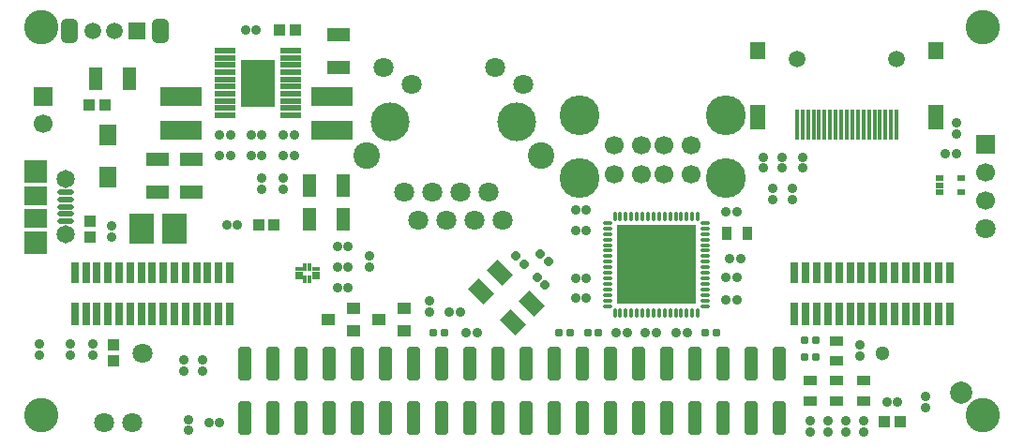
<source format=gbs>
G04 Layer_Color=16711935*
%FSLAX44Y44*%
%MOMM*%
G71*
G01*
G75*
%ADD49C,1.3000*%
%ADD50C,3.5000*%
%ADD62C,1.5000*%
%ADD63C,1.7000*%
%ADD97R,1.3000X0.9000*%
%ADD98R,1.0000X1.0000*%
G04:AMPARAMS|DCode=99|XSize=0.65mm|YSize=0.7mm|CornerRadius=0.1875mm|HoleSize=0mm|Usage=FLASHONLY|Rotation=180.000|XOffset=0mm|YOffset=0mm|HoleType=Round|Shape=RoundedRectangle|*
%AMROUNDEDRECTD99*
21,1,0.6500,0.3250,0,0,180.0*
21,1,0.2750,0.7000,0,0,180.0*
1,1,0.3750,-0.1375,0.1625*
1,1,0.3750,0.1375,0.1625*
1,1,0.3750,0.1375,-0.1625*
1,1,0.3750,-0.1375,-0.1625*
%
%ADD99ROUNDEDRECTD99*%
%ADD102R,0.7000X0.6000*%
%ADD104R,1.2000X1.0000*%
G04:AMPARAMS|DCode=105|XSize=0.8mm|YSize=0.8mm|CornerRadius=0.25mm|HoleSize=0mm|Usage=FLASHONLY|Rotation=0.000|XOffset=0mm|YOffset=0mm|HoleType=Round|Shape=RoundedRectangle|*
%AMROUNDEDRECTD105*
21,1,0.8000,0.3000,0,0,0.0*
21,1,0.3000,0.8000,0,0,0.0*
1,1,0.5000,0.1500,-0.1500*
1,1,0.5000,-0.1500,-0.1500*
1,1,0.5000,-0.1500,0.1500*
1,1,0.5000,0.1500,0.1500*
%
%ADD105ROUNDEDRECTD105*%
G04:AMPARAMS|DCode=106|XSize=0.8mm|YSize=0.8mm|CornerRadius=0.25mm|HoleSize=0mm|Usage=FLASHONLY|Rotation=90.000|XOffset=0mm|YOffset=0mm|HoleType=Round|Shape=RoundedRectangle|*
%AMROUNDEDRECTD106*
21,1,0.8000,0.3000,0,0,90.0*
21,1,0.3000,0.8000,0,0,90.0*
1,1,0.5000,0.1500,0.1500*
1,1,0.5000,0.1500,-0.1500*
1,1,0.5000,-0.1500,-0.1500*
1,1,0.5000,-0.1500,0.1500*
%
%ADD106ROUNDEDRECTD106*%
%ADD108R,1.2000X2.0000*%
G04:AMPARAMS|DCode=109|XSize=0.7mm|YSize=0.7mm|CornerRadius=0.2mm|HoleSize=0mm|Usage=FLASHONLY|Rotation=90.000|XOffset=0mm|YOffset=0mm|HoleType=Round|Shape=RoundedRectangle|*
%AMROUNDEDRECTD109*
21,1,0.7000,0.3000,0,0,90.0*
21,1,0.3000,0.7000,0,0,90.0*
1,1,0.4000,0.1500,0.1500*
1,1,0.4000,0.1500,-0.1500*
1,1,0.4000,-0.1500,-0.1500*
1,1,0.4000,-0.1500,0.1500*
%
%ADD109ROUNDEDRECTD109*%
%ADD110R,1.0000X1.0000*%
%ADD117R,2.0000X1.2000*%
%ADD118R,0.9000X1.3000*%
%ADD122C,2.0000*%
%ADD123C,1.8000*%
%ADD124C,0.1000*%
%ADD125R,1.7000X1.7000*%
%ADD126C,3.6000*%
%ADD127C,2.4000*%
%ADD128R,2.1000X2.0000*%
%ADD129C,1.6500*%
%ADD130R,1.5000X1.5000*%
G04:AMPARAMS|DCode=131|XSize=1.5mm|YSize=2.2mm|CornerRadius=0.425mm|HoleSize=0mm|Usage=FLASHONLY|Rotation=180.000|XOffset=0mm|YOffset=0mm|HoleType=Round|Shape=RoundedRectangle|*
%AMROUNDEDRECTD131*
21,1,1.5000,1.3500,0,0,180.0*
21,1,0.6500,2.2000,0,0,180.0*
1,1,0.8500,-0.3250,0.6750*
1,1,0.8500,0.3250,0.6750*
1,1,0.8500,0.3250,-0.6750*
1,1,0.8500,-0.3250,-0.6750*
%
%ADD131ROUNDEDRECTD131*%
%ADD132C,3.1000*%
G04:AMPARAMS|DCode=133|XSize=2mm|YSize=1.4mm|CornerRadius=0mm|HoleSize=0mm|Usage=FLASHONLY|Rotation=315.000|XOffset=0mm|YOffset=0mm|HoleType=Round|Shape=Rectangle|*
%AMROTATEDRECTD133*
4,1,4,-1.2021,0.2121,-0.2121,1.2021,1.2021,-0.2121,0.2121,-1.2021,-1.2021,0.2121,0.0*
%
%ADD133ROTATEDRECTD133*%

G04:AMPARAMS|DCode=134|XSize=0.8mm|YSize=0.8mm|CornerRadius=0.25mm|HoleSize=0mm|Usage=FLASHONLY|Rotation=45.000|XOffset=0mm|YOffset=0mm|HoleType=Round|Shape=RoundedRectangle|*
%AMROUNDEDRECTD134*
21,1,0.8000,0.3000,0,0,45.0*
21,1,0.3000,0.8000,0,0,45.0*
1,1,0.5000,0.2121,0.0000*
1,1,0.5000,0.0000,-0.2121*
1,1,0.5000,-0.2121,0.0000*
1,1,0.5000,0.0000,0.2121*
%
%ADD134ROUNDEDRECTD134*%
%ADD135R,0.8000X1.9000*%
%ADD136R,0.8000X2.1000*%
%ADD137R,1.4000X1.5000*%
%ADD138R,1.4000X2.3000*%
%ADD139R,0.4000X2.7000*%
%ADD140R,1.9000X0.5200*%
%ADD141R,3.1000X4.3000*%
%ADD142R,0.3300X0.7630*%
%ADD143R,0.3300X0.6600*%
%ADD144R,0.6600X0.3300*%
%ADD145R,3.8000X1.7000*%
%ADD146O,1.5000X0.5000*%
%ADD147R,2.1000X1.7000*%
%ADD148R,2.2000X2.7000*%
%ADD149R,1.6000X1.9000*%
G04:AMPARAMS|DCode=150|XSize=0.4mm|YSize=0.85mm|CornerRadius=0.125mm|HoleSize=0mm|Usage=FLASHONLY|Rotation=180.000|XOffset=0mm|YOffset=0mm|HoleType=Round|Shape=RoundedRectangle|*
%AMROUNDEDRECTD150*
21,1,0.4000,0.6000,0,0,180.0*
21,1,0.1500,0.8500,0,0,180.0*
1,1,0.2500,-0.0750,0.3000*
1,1,0.2500,0.0750,0.3000*
1,1,0.2500,0.0750,-0.3000*
1,1,0.2500,-0.0750,-0.3000*
%
%ADD150ROUNDEDRECTD150*%
G04:AMPARAMS|DCode=151|XSize=0.4mm|YSize=0.85mm|CornerRadius=0.125mm|HoleSize=0mm|Usage=FLASHONLY|Rotation=270.000|XOffset=0mm|YOffset=0mm|HoleType=Round|Shape=RoundedRectangle|*
%AMROUNDEDRECTD151*
21,1,0.4000,0.6000,0,0,270.0*
21,1,0.1500,0.8500,0,0,270.0*
1,1,0.2500,-0.3000,-0.0750*
1,1,0.2500,-0.3000,0.0750*
1,1,0.2500,0.3000,0.0750*
1,1,0.2500,0.3000,-0.0750*
%
%ADD151ROUNDEDRECTD151*%
%ADD152R,7.1000X7.1000*%
G04:AMPARAMS|DCode=153|XSize=3.1mm|YSize=1.2mm|CornerRadius=0.35mm|HoleSize=0mm|Usage=FLASHONLY|Rotation=90.000|XOffset=0mm|YOffset=0mm|HoleType=Round|Shape=RoundedRectangle|*
%AMROUNDEDRECTD153*
21,1,3.1000,0.5000,0,0,90.0*
21,1,2.4000,1.2000,0,0,90.0*
1,1,0.7000,0.2500,1.2000*
1,1,0.7000,0.2500,-1.2000*
1,1,0.7000,-0.2500,-1.2000*
1,1,0.7000,-0.2500,1.2000*
%
%ADD153ROUNDEDRECTD153*%
D49*
X784000Y81000D02*
D03*
D50*
X454150Y290000D02*
D03*
X339850D02*
D03*
D62*
X797000Y346500D02*
D03*
X707000D02*
D03*
X71000Y372000D02*
D03*
X91000D02*
D03*
D63*
X26000Y288000D02*
D03*
X541700Y268900D02*
D03*
X566700D02*
D03*
X586700D02*
D03*
X611700D02*
D03*
X541700Y242700D02*
D03*
X566700D02*
D03*
X586700D02*
D03*
X611700D02*
D03*
X877000Y244400D02*
D03*
Y219000D02*
D03*
D97*
X767000Y56000D02*
D03*
Y38000D02*
D03*
X743000Y56000D02*
D03*
Y38000D02*
D03*
Y74000D02*
D03*
Y92000D02*
D03*
X719000Y56000D02*
D03*
Y38000D02*
D03*
D98*
X68000Y305000D02*
D03*
X82000D02*
D03*
X221000Y197000D02*
D03*
X235000D02*
D03*
X786000Y19000D02*
D03*
X800000D02*
D03*
D99*
X714000Y93000D02*
D03*
X724000D02*
D03*
Y77000D02*
D03*
X714000D02*
D03*
X634000Y99000D02*
D03*
X624000D02*
D03*
X379000D02*
D03*
X389000D02*
D03*
X502000D02*
D03*
X492000D02*
D03*
D102*
X855000Y226000D02*
D03*
Y239000D02*
D03*
X836000D02*
D03*
Y232500D02*
D03*
Y226000D02*
D03*
D104*
X352500Y121000D02*
D03*
Y101000D02*
D03*
X329500Y111000D02*
D03*
X283500D02*
D03*
X306500Y101000D02*
D03*
Y121000D02*
D03*
D105*
X823000Y32000D02*
D03*
Y42000D02*
D03*
X764000Y78000D02*
D03*
Y88000D02*
D03*
X71000Y89000D02*
D03*
Y79000D02*
D03*
X677000Y258000D02*
D03*
Y248000D02*
D03*
X170000Y65000D02*
D03*
Y75000D02*
D03*
X153000Y65000D02*
D03*
Y75000D02*
D03*
X375000Y118000D02*
D03*
Y128000D02*
D03*
X751000Y10000D02*
D03*
Y20000D02*
D03*
X735000Y10000D02*
D03*
Y20000D02*
D03*
X719000Y10000D02*
D03*
Y20000D02*
D03*
X767000Y10000D02*
D03*
Y20000D02*
D03*
X703000Y220000D02*
D03*
Y230000D02*
D03*
X685000Y220000D02*
D03*
Y230000D02*
D03*
X694000Y248000D02*
D03*
Y258000D02*
D03*
X712000Y248000D02*
D03*
Y258000D02*
D03*
X23000Y79000D02*
D03*
Y89000D02*
D03*
X51000D02*
D03*
Y79000D02*
D03*
X158000Y11000D02*
D03*
Y21000D02*
D03*
X321000Y169000D02*
D03*
Y159000D02*
D03*
X88000Y196000D02*
D03*
Y186000D02*
D03*
X851000Y289000D02*
D03*
Y279000D02*
D03*
X224000Y239000D02*
D03*
Y229000D02*
D03*
X243000Y239000D02*
D03*
Y229000D02*
D03*
D106*
X646000Y166000D02*
D03*
X656000D02*
D03*
X570000Y99000D02*
D03*
X580000D02*
D03*
X507000Y131000D02*
D03*
X517000D02*
D03*
Y148500D02*
D03*
X507000D02*
D03*
X643000Y149000D02*
D03*
X653000D02*
D03*
X643000Y129000D02*
D03*
X653000D02*
D03*
X517000Y192000D02*
D03*
X507000D02*
D03*
X544000Y99000D02*
D03*
X554000D02*
D03*
X643000Y209000D02*
D03*
X653000D02*
D03*
X598000Y99000D02*
D03*
X608000D02*
D03*
X798000Y37000D02*
D03*
X788000D02*
D03*
X302000Y177000D02*
D03*
X292000D02*
D03*
X302000Y159000D02*
D03*
X292000D02*
D03*
X186000Y18000D02*
D03*
X176000D02*
D03*
X219000Y373000D02*
D03*
X209000D02*
D03*
X214000Y259000D02*
D03*
X224000D02*
D03*
X214000Y278000D02*
D03*
X224000D02*
D03*
X253000Y259000D02*
D03*
X243000D02*
D03*
X186000D02*
D03*
X196000D02*
D03*
X202000Y197000D02*
D03*
X192000D02*
D03*
X243000Y278000D02*
D03*
X253000D02*
D03*
X196000D02*
D03*
X186000D02*
D03*
X302000Y140000D02*
D03*
X292000D02*
D03*
X841000Y261000D02*
D03*
X851000D02*
D03*
X418000Y99000D02*
D03*
X408000D02*
D03*
X403000Y118000D02*
D03*
X393000D02*
D03*
X507000Y210000D02*
D03*
X517000D02*
D03*
D108*
X74000Y329000D02*
D03*
X104000D02*
D03*
X267000Y202000D02*
D03*
X297000D02*
D03*
Y232000D02*
D03*
X267000D02*
D03*
D109*
X518000Y99000D02*
D03*
X528000D02*
D03*
D110*
X90000Y88000D02*
D03*
Y74000D02*
D03*
X240000Y373000D02*
D03*
X254000D02*
D03*
X69000Y186000D02*
D03*
Y200000D02*
D03*
D117*
X293000Y369000D02*
D03*
Y339000D02*
D03*
X130000Y226000D02*
D03*
Y256000D02*
D03*
X160000D02*
D03*
Y226000D02*
D03*
D118*
X644000Y189000D02*
D03*
X662000D02*
D03*
D122*
X855000Y45000D02*
D03*
D123*
X116000Y81000D02*
D03*
X81300Y18000D02*
D03*
X106700D02*
D03*
X365250Y201100D02*
D03*
X390650D02*
D03*
X416050D02*
D03*
X352550Y226500D02*
D03*
X377950D02*
D03*
X403350D02*
D03*
X428750Y226500D02*
D03*
X441450Y201100D02*
D03*
X333754Y339022D02*
D03*
X359154Y323782D02*
D03*
X434846Y339022D02*
D03*
X460246Y323782D02*
D03*
X877000Y193600D02*
D03*
D124*
X272500Y367000D02*
D03*
X192500D02*
D03*
D125*
X26000Y313000D02*
D03*
X877000Y269800D02*
D03*
D126*
X511000Y296000D02*
D03*
Y239200D02*
D03*
X642400D02*
D03*
Y296000D02*
D03*
D127*
X475740Y259520D02*
D03*
X318260D02*
D03*
D128*
X20000Y245000D02*
D03*
Y181000D02*
D03*
D129*
X47000Y238000D02*
D03*
Y188000D02*
D03*
D130*
X111000Y372000D02*
D03*
D131*
X132000D02*
D03*
X50000D02*
D03*
D132*
X25000Y25000D02*
D03*
Y375000D02*
D03*
X875000D02*
D03*
Y25000D02*
D03*
D133*
X450314Y108745D02*
D03*
X422029Y137029D02*
D03*
X467284Y125716D02*
D03*
X439000Y154000D02*
D03*
D134*
X475465Y170536D02*
D03*
X482536Y163465D02*
D03*
X479535Y142465D02*
D03*
X472464Y149536D02*
D03*
X453465Y168535D02*
D03*
X460536Y161465D02*
D03*
D135*
X55000Y154000D02*
D03*
X65000D02*
D03*
X75000D02*
D03*
X85000D02*
D03*
X95000D02*
D03*
X105000D02*
D03*
X115000D02*
D03*
X125000D02*
D03*
X135000D02*
D03*
X145000D02*
D03*
X155000D02*
D03*
X165000D02*
D03*
X175000D02*
D03*
X185000D02*
D03*
X195000D02*
D03*
X845000D02*
D03*
X835000D02*
D03*
X825000D02*
D03*
X815000D02*
D03*
X805000D02*
D03*
X795000D02*
D03*
X785000D02*
D03*
X775000D02*
D03*
X765000D02*
D03*
X755000D02*
D03*
X745000D02*
D03*
X735000D02*
D03*
X725000D02*
D03*
X715000D02*
D03*
X705000D02*
D03*
D136*
X55000Y116500D02*
D03*
X65000D02*
D03*
X75000D02*
D03*
X85000D02*
D03*
X95000D02*
D03*
X105000D02*
D03*
X115000D02*
D03*
X125000D02*
D03*
X135000D02*
D03*
X145000D02*
D03*
X155000D02*
D03*
X165000D02*
D03*
X175000D02*
D03*
X185000D02*
D03*
X195000D02*
D03*
X845000D02*
D03*
X835000D02*
D03*
X825000D02*
D03*
X815000D02*
D03*
X805000D02*
D03*
X795000D02*
D03*
X785000D02*
D03*
X775000D02*
D03*
X765000D02*
D03*
X755000D02*
D03*
X745000D02*
D03*
X735000D02*
D03*
X725000D02*
D03*
X715000D02*
D03*
X705000D02*
D03*
D137*
X832500Y354000D02*
D03*
X671500D02*
D03*
D138*
Y294500D02*
D03*
X832500D02*
D03*
D139*
X707000Y287000D02*
D03*
X712000D02*
D03*
X717000D02*
D03*
X722000D02*
D03*
X727000D02*
D03*
X732000D02*
D03*
X737000D02*
D03*
X742000D02*
D03*
X747000D02*
D03*
X752000D02*
D03*
X757000D02*
D03*
X762000D02*
D03*
X767000D02*
D03*
X772000D02*
D03*
X777000D02*
D03*
X782000D02*
D03*
X787000D02*
D03*
X792000D02*
D03*
X797000D02*
D03*
D140*
X249700Y354250D02*
D03*
Y347750D02*
D03*
Y341250D02*
D03*
Y334750D02*
D03*
Y328250D02*
D03*
Y321750D02*
D03*
Y315250D02*
D03*
Y308750D02*
D03*
Y302250D02*
D03*
Y295750D02*
D03*
X190300D02*
D03*
Y302250D02*
D03*
Y308750D02*
D03*
Y315250D02*
D03*
Y321750D02*
D03*
Y328250D02*
D03*
Y334750D02*
D03*
Y341250D02*
D03*
Y347750D02*
D03*
Y354250D02*
D03*
D141*
X220000Y325000D02*
D03*
D142*
X267000Y147750D02*
D03*
D143*
X263000Y147250D02*
D03*
Y158750D02*
D03*
X267000D02*
D03*
D144*
X257250Y149000D02*
D03*
Y153000D02*
D03*
X257250Y157000D02*
D03*
X272750D02*
D03*
X272750Y153000D02*
D03*
X272750Y149000D02*
D03*
D145*
X287000Y313000D02*
D03*
Y282000D02*
D03*
X151000Y313000D02*
D03*
Y282000D02*
D03*
D146*
X47000Y213000D02*
D03*
Y206500D02*
D03*
Y200000D02*
D03*
Y226000D02*
D03*
Y219500D02*
D03*
D147*
X20000Y203000D02*
D03*
Y223000D02*
D03*
D148*
X145000Y193000D02*
D03*
X115000D02*
D03*
D149*
X85000Y240000D02*
D03*
Y278000D02*
D03*
D150*
X542500Y204750D02*
D03*
X547500D02*
D03*
X552500D02*
D03*
X557500D02*
D03*
X562500D02*
D03*
X567500D02*
D03*
X572500D02*
D03*
X577500D02*
D03*
X582500D02*
D03*
X587500D02*
D03*
X592500D02*
D03*
X597500D02*
D03*
X602500D02*
D03*
X607500D02*
D03*
X612500D02*
D03*
X617500D02*
D03*
Y117250D02*
D03*
X612500D02*
D03*
X607500D02*
D03*
X602500D02*
D03*
X597500D02*
D03*
X592500D02*
D03*
X587500D02*
D03*
X582500D02*
D03*
X577500D02*
D03*
X572500D02*
D03*
X567500D02*
D03*
X562500D02*
D03*
X557500D02*
D03*
X552500D02*
D03*
X547500D02*
D03*
X542500D02*
D03*
D151*
X623750Y198500D02*
D03*
Y193500D02*
D03*
Y188500D02*
D03*
Y183500D02*
D03*
Y178500D02*
D03*
Y173500D02*
D03*
Y168500D02*
D03*
Y163500D02*
D03*
Y158500D02*
D03*
Y153500D02*
D03*
Y148500D02*
D03*
Y143500D02*
D03*
Y138500D02*
D03*
Y133500D02*
D03*
Y128500D02*
D03*
Y123500D02*
D03*
X536250D02*
D03*
Y128500D02*
D03*
X536250Y133500D02*
D03*
Y138500D02*
D03*
Y143500D02*
D03*
Y148500D02*
D03*
Y153500D02*
D03*
X536250Y158500D02*
D03*
Y163500D02*
D03*
X536250Y168500D02*
D03*
Y173500D02*
D03*
Y178500D02*
D03*
Y183500D02*
D03*
Y188500D02*
D03*
Y193500D02*
D03*
Y198500D02*
D03*
D152*
X580000Y161000D02*
D03*
D153*
X513500Y71740D02*
D03*
Y22440D02*
D03*
X208700D02*
D03*
Y71740D02*
D03*
X234100Y22440D02*
D03*
Y71740D02*
D03*
X259500Y22440D02*
D03*
Y71740D02*
D03*
X284900Y22440D02*
D03*
Y71740D02*
D03*
X310300Y22440D02*
D03*
Y71740D02*
D03*
X335700Y22440D02*
D03*
Y71740D02*
D03*
X361100Y22440D02*
D03*
Y71740D02*
D03*
X386500Y22440D02*
D03*
Y71740D02*
D03*
X411900Y22440D02*
D03*
Y71740D02*
D03*
X437300Y22440D02*
D03*
Y71740D02*
D03*
X462700Y22440D02*
D03*
Y71740D02*
D03*
X488100Y22440D02*
D03*
Y71740D02*
D03*
X538900Y22440D02*
D03*
Y71740D02*
D03*
X564300Y22440D02*
D03*
Y71740D02*
D03*
X589700Y22440D02*
D03*
Y71740D02*
D03*
X615100Y22440D02*
D03*
Y71740D02*
D03*
X640500Y22440D02*
D03*
Y71740D02*
D03*
X665900Y22440D02*
D03*
Y71740D02*
D03*
X691300Y22440D02*
D03*
Y71740D02*
D03*
M02*

</source>
